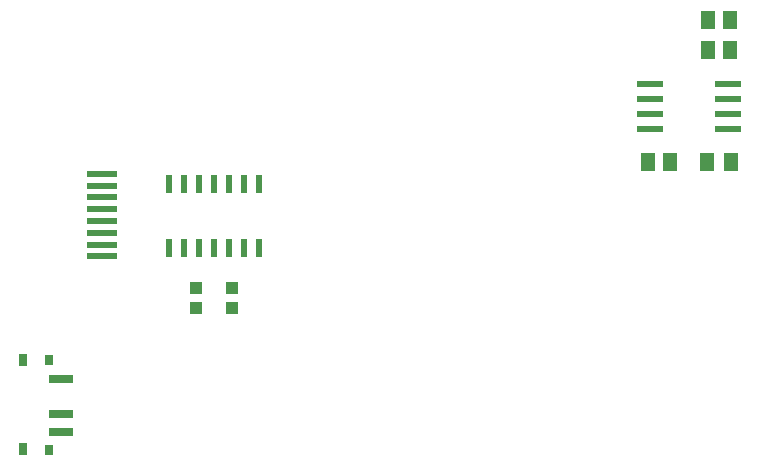
<source format=gtp>
G75*
%MOIN*%
%OFA0B0*%
%FSLAX24Y24*%
%IPPOS*%
%LPD*%
%AMOC8*
5,1,8,0,0,1.08239X$1,22.5*
%
%ADD10R,0.0866X0.0236*%
%ADD11R,0.0512X0.0630*%
%ADD12R,0.0240X0.0600*%
%ADD13R,0.0394X0.0433*%
%ADD14R,0.0787X0.0315*%
%ADD15R,0.0315X0.0354*%
%ADD16R,0.0315X0.0394*%
%ADD17R,0.0984X0.0236*%
D10*
X021884Y014069D03*
X021884Y014569D03*
X021884Y015069D03*
X021884Y015569D03*
X024506Y015569D03*
X024506Y015069D03*
X024506Y014569D03*
X024506Y014069D03*
D11*
X024589Y012944D03*
X023802Y012944D03*
X022569Y012944D03*
X021821Y012944D03*
X023821Y016694D03*
X024569Y016694D03*
X024569Y017694D03*
X023821Y017694D03*
D12*
X008850Y012240D03*
X008350Y012240D03*
X007850Y012240D03*
X007350Y012240D03*
X006850Y012240D03*
X006350Y012240D03*
X005850Y012240D03*
X005850Y010090D03*
X006350Y010090D03*
X006850Y010090D03*
X007350Y010090D03*
X007850Y010090D03*
X008350Y010090D03*
X008850Y010090D03*
D13*
X007950Y008765D03*
X007950Y008095D03*
X006750Y008095D03*
X006750Y008765D03*
D14*
X002257Y005727D03*
X002257Y004546D03*
X002257Y003955D03*
D15*
X001873Y003374D03*
X001873Y006366D03*
D16*
X000987Y003394D03*
X000987Y006346D03*
D17*
X003630Y009812D03*
X003630Y010206D03*
X003630Y010599D03*
X003630Y010993D03*
X003630Y011387D03*
X003630Y011781D03*
X003630Y012174D03*
X003630Y012568D03*
M02*

</source>
